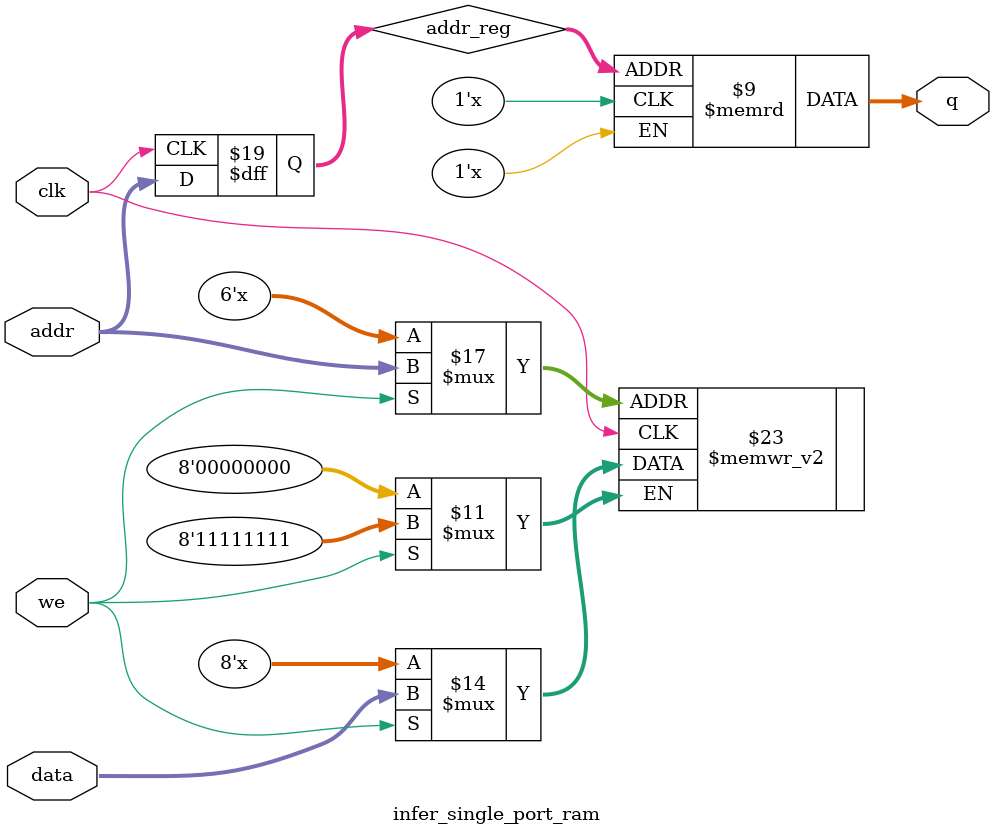
<source format=v>
module primitive_example_design_2(
    input [2:0] in_n,in_p,
    input clk, rst_n,rst_p,
    input mux1_sel_n,mux1_sel_p,mux2_sel_n,mux2_sel_p,
    input ibuf0_en,ibuf1_en,ibuf2_en,ibuf3_en,ibuf4_en,ibuf5_en,ibuf6_en,ibuf7_en,ibuf8_en,ibuf9_en,ibuf10_en,ibuf11_en,ibuf12_en,ibuf13_en,ibuf14_en,ibuf15_en,ibuf16_en,
    input P,G,
    input [5:0] ram_addr,
    input ram_we,
    input obuft_oe,
    output q_p,q_n,buft_out_p,buft_out_n
);

    wire [2:0] i_buf_out;
    wire [5:0] i_buf_ram_addr;
    wire in_buf_out,clk_buf_out;
    wire lut_out;
    wire rst_i_buf_out,i_buf_mux1_sel,i_buf_mux2_sel;
    wire out,p_ibuf,g_ibuf; 
    wire dffnre_out;
    wire ac_out, acc_out;
    wire mux2_out;
    wire Q_buff_in;
    wire ram_out,i_buf_ram_we;
    wire inf_q,ibuf_obuft_oe;

    I_BUF clk_buf_inst (.I(clk),.EN(ibuf0_en),.O(clk_buf_out));
    
    I_BUF_DS ibuf_ds_inst1 (.I_P(in_p[0]),.I_N(in_n[0]),.EN(ibuf1_en),.O(i_buf_out[0]));
    I_BUF_DS ibuf_ds_inst2 (.I_P(in_p[1]),.I_N(in_n[1]),.EN(ibuf2_en),.O(i_buf_out[1]));
    I_BUF_DS ibuf_ds_inst3 (.I_P(in_p[2]),.I_N(in_n[2]),.EN(ibuf3_en),.O(i_buf_out[2]));
    I_BUF_DS ibuf_ds_inst4 (.I_P(rst_p),.I_N(rst_n),.EN(ibuf4_en),.O(rst_i_buf_out));
    I_BUF_DS ibuf_ds_inst5 (.I_P(mux1_sel_p),.I_N(mux1_sel_n),.EN(ibuf5_en),.O(i_buf_mux1_sel));
    I_BUF_DS ibuf_ds_inst6 (.I_P(mux2_sel_p),.I_N(mux2_sel_n),.EN(ibuf6_en),.O(i_buf_mux2_sel));
    I_BUF ibuf_inst7 (.I(P),.EN(ibuf7_en),.O(p_ibuf));
    I_BUF ibuf_inst8 (.I(G),.EN(ibuf8_en),.O(g_ibuf));
    I_BUF ibuf_inst9 (.I(ram_we),.EN(ibuf9_en),.O(i_buf_ram_we));
    I_BUF ibuf_inst10 (.I(ram_addr[0]),.EN(ibuf10_en),.O(i_buf_ram_addr[0]));
    I_BUF ibuf_inst11 (.I(ram_addr[1]),.EN(ibuf11_en),.O(i_buf_ram_addr[1]));
    I_BUF ibuf_inst12 (.I(ram_addr[2]),.EN(ibuf12_en),.O(i_buf_ram_addr[2]));
    I_BUF ibuf_inst13 (.I(ram_addr[3]),.EN(ibuf13_en),.O(i_buf_ram_addr[3]));
    I_BUF ibuf_inst14 (.I(ram_addr[4]),.EN(ibuf14_en),.O(i_buf_ram_addr[4]));
    I_BUF ibuf_inst15 (.I(ram_addr[5]),.EN(ibuf15_en),.O(i_buf_ram_addr[5]));
    I_BUF ibuf_inst16 (.I(obuft_oe),.EN(ibuf16_en),.O(ibuf_obuft_oe));

    DFFNRE ffn_inst (.D(lut_out),.R(rst_i_buf_out),.E(1'b1),.C(clk_buf_out),.Q(dffnre_out));

    assign out = i_buf_mux1_sel ? dffnre_out : !dffnre_out;

    flip_flop ff_inst1 (.clk(clk),.rst(rst),.D(ac_out),.Q(inf_q));

    O_BUFT_DS obuft_ds_inst (.I(inf_q),.T(ibuf_obuft_oe),.O_P(buft_out_p),.O_N(buft_out_n));

    O_BUF_DS o_buff_ds_inst (.I(ram_out),.O_P(q_p),.O_N(q_n));

    DFFRE ff_inst (.D(mux2_out),.R(rst_i_buf_out),.E(1'b1),.C(clk_buf_out),.Q(Q_buff_in));

    assign mux2_out = i_buf_mux2_sel ? ac_out : acc_out;
    
    CARRY_CHAIN carry_chain_inst (.P(p_ibuf),.G(g_ibuf),.CIN(out),.O(ac_out),.COUT(acc_out));

    infer_single_port_ram ram_inst (.data(Q_buff_in),.addr(i_buf_ram_addr),.we(i_buf_ram_we),.clk(clk),.q(ram_out));

    always @(*) begin
        case(i_buf_out)
            3'b000 : lut_out = 0;
            3'b001 : lut_out = 1;
            3'b010 : lut_out = 1;
            3'b011 : lut_out = 0;
            3'b100 : lut_out = 1;
            3'b101 : lut_out = 1;
            3'b110 : lut_out = 1;
            3'b111 : lut_out = 0;
            default: lut_out = 1;
        endcase
    end
endmodule

module flip_flop(
    input rst,clk,
    input D,
    output reg Q
);
    always @ (posedge clk) begin
        if (rst)
            Q <= 0;
        else
            Q <= D;
    end
endmodule

module infer_single_port_ram 
#(parameter DATA_WIDTH=8, parameter ADDR_WIDTH=6)
(
	input [(DATA_WIDTH-1):0] data,
	input [(ADDR_WIDTH-1):0] addr,
	input we, clk,
	output [(DATA_WIDTH-1):0] q
);

	reg [DATA_WIDTH-1:0] ram[2**ADDR_WIDTH-1:0];

	reg [ADDR_WIDTH-1:0] addr_reg;

	always @ (posedge clk)
	begin
		if (we)
			ram[addr] <= data;

		addr_reg <= addr;
	end

	assign q = ram[addr_reg];

endmodule

</source>
